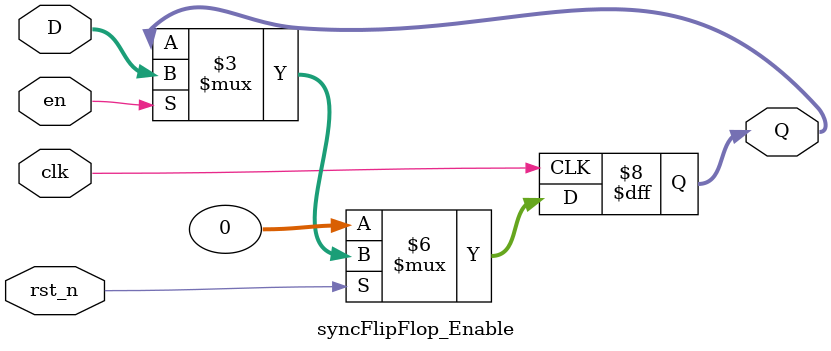
<source format=v>
module syncFlipFlop_Enable #(parameter DATA_WIDTH = 32) (
    input clk,
    input rst_n, 
    input en,
    input [DATA_WIDTH-1:0] D, 
    output reg  [DATA_WIDTH-1:0] Q
    );

    always @(posedge clk) begin
        if (~rst_n)
            Q <= 0;
        else if (en)
            Q <= D;  
    end
endmodule 

</source>
